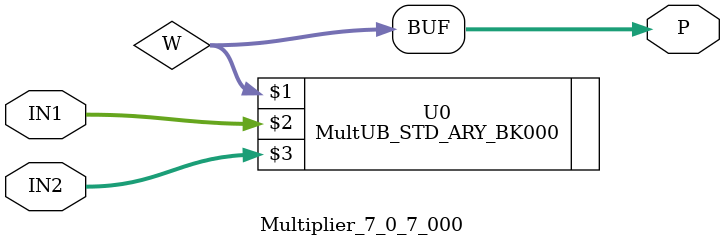
<source format=v>
module UB1BPPG_0_0(O, IN1, IN2);
  output O;
  input IN1;
  input IN2;
  assign O = IN1 & IN2;
endmodule

module UB1BPPG_1_0(O, IN1, IN2);
  output O;
  input IN1;
  input IN2;
  assign O = IN1 & IN2;
endmodule

module UB1BPPG_2_0(O, IN1, IN2);
  output O;
  input IN1;
  input IN2;
  assign O = IN1 & IN2;
endmodule

module UB1BPPG_3_0(O, IN1, IN2);
  output O;
  input IN1;
  input IN2;
  assign O = IN1 & IN2;
endmodule

module UB1BPPG_4_0(O, IN1, IN2);
  output O;
  input IN1;
  input IN2;
  assign O = IN1 & IN2;
endmodule

module UB1BPPG_5_0(O, IN1, IN2);
  output O;
  input IN1;
  input IN2;
  assign O = IN1 & IN2;
endmodule

module UB1BPPG_6_0(O, IN1, IN2);
  output O;
  input IN1;
  input IN2;
  assign O = IN1 & IN2;
endmodule

module UB1BPPG_7_0(O, IN1, IN2);
  output O;
  input IN1;
  input IN2;
  assign O = IN1 & IN2;
endmodule

module UB1BPPG_0_1(O, IN1, IN2);
  output O;
  input IN1;
  input IN2;
  assign O = IN1 & IN2;
endmodule

module UB1BPPG_1_1(O, IN1, IN2);
  output O;
  input IN1;
  input IN2;
  assign O = IN1 & IN2;
endmodule

module UB1BPPG_2_1(O, IN1, IN2);
  output O;
  input IN1;
  input IN2;
  assign O = IN1 & IN2;
endmodule

module UB1BPPG_3_1(O, IN1, IN2);
  output O;
  input IN1;
  input IN2;
  assign O = IN1 & IN2;
endmodule

module UB1BPPG_4_1(O, IN1, IN2);
  output O;
  input IN1;
  input IN2;
  assign O = IN1 & IN2;
endmodule

module UB1BPPG_5_1(O, IN1, IN2);
  output O;
  input IN1;
  input IN2;
  assign O = IN1 & IN2;
endmodule

module UB1BPPG_6_1(O, IN1, IN2);
  output O;
  input IN1;
  input IN2;
  assign O = IN1 & IN2;
endmodule

module UB1BPPG_7_1(O, IN1, IN2);
  output O;
  input IN1;
  input IN2;
  assign O = IN1 & IN2;
endmodule

module UB1BPPG_0_2(O, IN1, IN2);
  output O;
  input IN1;
  input IN2;
  assign O = IN1 & IN2;
endmodule

module UB1BPPG_1_2(O, IN1, IN2);
  output O;
  input IN1;
  input IN2;
  assign O = IN1 & IN2;
endmodule

module UB1BPPG_2_2(O, IN1, IN2);
  output O;
  input IN1;
  input IN2;
  assign O = IN1 & IN2;
endmodule

module UB1BPPG_3_2(O, IN1, IN2);
  output O;
  input IN1;
  input IN2;
  assign O = IN1 & IN2;
endmodule

module UB1BPPG_4_2(O, IN1, IN2);
  output O;
  input IN1;
  input IN2;
  assign O = IN1 & IN2;
endmodule

module UB1BPPG_5_2(O, IN1, IN2);
  output O;
  input IN1;
  input IN2;
  assign O = IN1 & IN2;
endmodule

module UB1BPPG_6_2(O, IN1, IN2);
  output O;
  input IN1;
  input IN2;
  assign O = IN1 & IN2;
endmodule

module UB1BPPG_7_2(O, IN1, IN2);
  output O;
  input IN1;
  input IN2;
  assign O = IN1 & IN2;
endmodule

module UB1BPPG_0_3(O, IN1, IN2);
  output O;
  input IN1;
  input IN2;
  assign O = IN1 & IN2;
endmodule

module UB1BPPG_1_3(O, IN1, IN2);
  output O;
  input IN1;
  input IN2;
  assign O = IN1 & IN2;
endmodule

module UB1BPPG_2_3(O, IN1, IN2);
  output O;
  input IN1;
  input IN2;
  assign O = IN1 & IN2;
endmodule

module UB1BPPG_3_3(O, IN1, IN2);
  output O;
  input IN1;
  input IN2;
  assign O = IN1 & IN2;
endmodule

module UB1BPPG_4_3(O, IN1, IN2);
  output O;
  input IN1;
  input IN2;
  assign O = IN1 & IN2;
endmodule

module UB1BPPG_5_3(O, IN1, IN2);
  output O;
  input IN1;
  input IN2;
  assign O = IN1 & IN2;
endmodule

module UB1BPPG_6_3(O, IN1, IN2);
  output O;
  input IN1;
  input IN2;
  assign O = IN1 & IN2;
endmodule

module UB1BPPG_7_3(O, IN1, IN2);
  output O;
  input IN1;
  input IN2;
  assign O = IN1 & IN2;
endmodule

module UB1BPPG_0_4(O, IN1, IN2);
  output O;
  input IN1;
  input IN2;
  assign O = IN1 & IN2;
endmodule

module UB1BPPG_1_4(O, IN1, IN2);
  output O;
  input IN1;
  input IN2;
  assign O = IN1 & IN2;
endmodule

module UB1BPPG_2_4(O, IN1, IN2);
  output O;
  input IN1;
  input IN2;
  assign O = IN1 & IN2;
endmodule

module UB1BPPG_3_4(O, IN1, IN2);
  output O;
  input IN1;
  input IN2;
  assign O = IN1 & IN2;
endmodule

module UB1BPPG_4_4(O, IN1, IN2);
  output O;
  input IN1;
  input IN2;
  assign O = IN1 & IN2;
endmodule

module UB1BPPG_5_4(O, IN1, IN2);
  output O;
  input IN1;
  input IN2;
  assign O = IN1 & IN2;
endmodule

module UB1BPPG_6_4(O, IN1, IN2);
  output O;
  input IN1;
  input IN2;
  assign O = IN1 & IN2;
endmodule

module UB1BPPG_7_4(O, IN1, IN2);
  output O;
  input IN1;
  input IN2;
  assign O = IN1 & IN2;
endmodule

module UB1BPPG_0_5(O, IN1, IN2);
  output O;
  input IN1;
  input IN2;
  assign O = IN1 & IN2;
endmodule

module UB1BPPG_1_5(O, IN1, IN2);
  output O;
  input IN1;
  input IN2;
  assign O = IN1 & IN2;
endmodule

module UB1BPPG_2_5(O, IN1, IN2);
  output O;
  input IN1;
  input IN2;
  assign O = IN1 & IN2;
endmodule

module UB1BPPG_3_5(O, IN1, IN2);
  output O;
  input IN1;
  input IN2;
  assign O = IN1 & IN2;
endmodule

module UB1BPPG_4_5(O, IN1, IN2);
  output O;
  input IN1;
  input IN2;
  assign O = IN1 & IN2;
endmodule

module UB1BPPG_5_5(O, IN1, IN2);
  output O;
  input IN1;
  input IN2;
  assign O = IN1 & IN2;
endmodule

module UB1BPPG_6_5(O, IN1, IN2);
  output O;
  input IN1;
  input IN2;
  assign O = IN1 & IN2;
endmodule

module UB1BPPG_7_5(O, IN1, IN2);
  output O;
  input IN1;
  input IN2;
  assign O = IN1 & IN2;
endmodule

module UB1BPPG_0_6(O, IN1, IN2);
  output O;
  input IN1;
  input IN2;
  assign O = IN1 & IN2;
endmodule

module UB1BPPG_1_6(O, IN1, IN2);
  output O;
  input IN1;
  input IN2;
  assign O = IN1 & IN2;
endmodule

module UB1BPPG_2_6(O, IN1, IN2);
  output O;
  input IN1;
  input IN2;
  assign O = IN1 & IN2;
endmodule

module UB1BPPG_3_6(O, IN1, IN2);
  output O;
  input IN1;
  input IN2;
  assign O = IN1 & IN2;
endmodule

module UB1BPPG_4_6(O, IN1, IN2);
  output O;
  input IN1;
  input IN2;
  assign O = IN1 & IN2;
endmodule

module UB1BPPG_5_6(O, IN1, IN2);
  output O;
  input IN1;
  input IN2;
  assign O = IN1 & IN2;
endmodule

module UB1BPPG_6_6(O, IN1, IN2);
  output O;
  input IN1;
  input IN2;
  assign O = IN1 & IN2;
endmodule

module UB1BPPG_7_6(O, IN1, IN2);
  output O;
  input IN1;
  input IN2;
  assign O = IN1 & IN2;
endmodule

module UB1BPPG_0_7(O, IN1, IN2);
  output O;
  input IN1;
  input IN2;
  assign O = IN1 & IN2;
endmodule

module UB1BPPG_1_7(O, IN1, IN2);
  output O;
  input IN1;
  input IN2;
  assign O = IN1 & IN2;
endmodule

module UB1BPPG_2_7(O, IN1, IN2);
  output O;
  input IN1;
  input IN2;
  assign O = IN1 & IN2;
endmodule

module UB1BPPG_3_7(O, IN1, IN2);
  output O;
  input IN1;
  input IN2;
  assign O = IN1 & IN2;
endmodule

module UB1BPPG_4_7(O, IN1, IN2);
  output O;
  input IN1;
  input IN2;
  assign O = IN1 & IN2;
endmodule

module UB1BPPG_5_7(O, IN1, IN2);
  output O;
  input IN1;
  input IN2;
  assign O = IN1 & IN2;
endmodule

module UB1BPPG_6_7(O, IN1, IN2);
  output O;
  input IN1;
  input IN2;
  assign O = IN1 & IN2;
endmodule

module UB1BPPG_7_7(O, IN1, IN2);
  output O;
  input IN1;
  input IN2;
  assign O = IN1 & IN2;
endmodule

module UB1DCON_0(O, I);
  output O;
  input I;
  assign O = I;
endmodule

module UBHA_1(C, S, X, Y);
  output C;
  output S;
  input X;
  input Y;
  assign C = X & Y;
  assign S = X ^ Y;
endmodule

module UBFA_2(C, S, X, Y, Z);
  output C;
  output S;
  input X;
  input Y;
  input Z;
  assign C = ( X & Y ) | ( Y & Z ) | ( Z & X );
  assign S = X ^ Y ^ Z;
endmodule

module UBFA_3(C, S, X, Y, Z);
  output C;
  output S;
  input X;
  input Y;
  input Z;
  assign C = ( X & Y ) | ( Y & Z ) | ( Z & X );
  assign S = X ^ Y ^ Z;
endmodule

module UBFA_4(C, S, X, Y, Z);
  output C;
  output S;
  input X;
  input Y;
  input Z;
  assign C = ( X & Y ) | ( Y & Z ) | ( Z & X );
  assign S = X ^ Y ^ Z;
endmodule

module UBFA_5(C, S, X, Y, Z);
  output C;
  output S;
  input X;
  input Y;
  input Z;
  assign C = ( X & Y ) | ( Y & Z ) | ( Z & X );
  assign S = X ^ Y ^ Z;
endmodule

module UBFA_6(C, S, X, Y, Z);
  output C;
  output S;
  input X;
  input Y;
  input Z;
  assign C = ( X & Y ) | ( Y & Z ) | ( Z & X );
  assign S = X ^ Y ^ Z;
endmodule

module UBFA_7(C, S, X, Y, Z);
  output C;
  output S;
  input X;
  input Y;
  input Z;
  assign C = ( X & Y ) | ( Y & Z ) | ( Z & X );
  assign S = X ^ Y ^ Z;
endmodule

module UBHA_8(C, S, X, Y);
  output C;
  output S;
  input X;
  input Y;
  assign C = X & Y;
  assign S = X ^ Y;
endmodule

module UB1DCON_9(O, I);
  output O;
  input I;
  assign O = I;
endmodule

module UB1DCON_1(O, I);
  output O;
  input I;
  assign O = I;
endmodule

module UBHA_2(C, S, X, Y);
  output C;
  output S;
  input X;
  input Y;
  assign C = X & Y;
  assign S = X ^ Y;
endmodule

module UBFA_8(C, S, X, Y, Z);
  output C;
  output S;
  input X;
  input Y;
  input Z;
  assign C = ( X & Y ) | ( Y & Z ) | ( Z & X );
  assign S = X ^ Y ^ Z;
endmodule

module UBFA_9(C, S, X, Y, Z);
  output C;
  output S;
  input X;
  input Y;
  input Z;
  assign C = ( X & Y ) | ( Y & Z ) | ( Z & X );
  assign S = X ^ Y ^ Z;
endmodule

module UB1DCON_10(O, I);
  output O;
  input I;
  assign O = I;
endmodule

module UB1DCON_2(O, I);
  output O;
  input I;
  assign O = I;
endmodule

module UBHA_3(C, S, X, Y);
  output C;
  output S;
  input X;
  input Y;
  assign C = X & Y;
  assign S = X ^ Y;
endmodule

module UBFA_10(C, S, X, Y, Z);
  output C;
  output S;
  input X;
  input Y;
  input Z;
  assign C = ( X & Y ) | ( Y & Z ) | ( Z & X );
  assign S = X ^ Y ^ Z;
endmodule

module UB1DCON_11(O, I);
  output O;
  input I;
  assign O = I;
endmodule

module UB1DCON_3(O, I);
  output O;
  input I;
  assign O = I;
endmodule

module UBHA_4(C, S, X, Y);
  output C;
  output S;
  input X;
  input Y;
  assign C = X & Y;
  assign S = X ^ Y;
endmodule

module UBFA_11(C, S, X, Y, Z);
  output C;
  output S;
  input X;
  input Y;
  input Z;
  assign C = ( X & Y ) | ( Y & Z ) | ( Z & X );
  assign S = X ^ Y ^ Z;
endmodule

module UB1DCON_12(O, I);
  output O;
  input I;
  assign O = I;
endmodule

module UB1DCON_4(O, I);
  output O;
  input I;
  assign O = I;
endmodule

module UBHA_5(C, S, X, Y);
  output C;
  output S;
  input X;
  input Y;
  assign C = X & Y;
  assign S = X ^ Y;
endmodule

module UBFA_12(C, S, X, Y, Z);
  output C;
  output S;
  input X;
  input Y;
  input Z;
  assign C = ( X & Y ) | ( Y & Z ) | ( Z & X );
  assign S = X ^ Y ^ Z;
endmodule

module UB1DCON_13(O, I);
  output O;
  input I;
  assign O = I;
endmodule

module UB1DCON_5(O, I);
  output O;
  input I;
  assign O = I;
endmodule

module UBHA_6(C, S, X, Y);
  output C;
  output S;
  input X;
  input Y;
  assign C = X & Y;
  assign S = X ^ Y;
endmodule

module UBFA_13(C, S, X, Y, Z);
  output C;
  output S;
  input X;
  input Y;
  input Z;
  assign C = ( X & Y ) | ( Y & Z ) | ( Z & X );
  assign S = X ^ Y ^ Z;
endmodule

module UB1DCON_14(O, I);
  output O;
  input I;
  assign O = I;
endmodule

module GPGenerator(Go, Po, A, B);
  output Go;
  output Po;
  input A;
  input B;
  assign Go = A & B;
  assign Po = A ^ B;
endmodule

module CarryOperator(Go, Po, Gi1, Pi1, Gi2, Pi2);
  output Go;
  output Po;
  input Gi1;
  input Gi2;
  input Pi1;
  input Pi2;
  assign Go = Gi1 | ( Gi2 & Pi1 );
  assign Po = Pi1 & Pi2;
endmodule

module UBPriBKA_14_7(S, X, Y, Cin);
  output [15:7] S;
  input Cin;
  input [14:7] X;
  input [14:7] Y;
  wire [14:7] G0;
  wire [14:7] G1;
  wire [14:7] G2;
  wire [14:7] G3;
  wire [14:7] G4;
  wire [14:7] G5;
  wire [14:7] G6;
  wire [14:7] P0;
  wire [14:7] P1;
  wire [14:7] P2;
  wire [14:7] P3;
  wire [14:7] P4;
  wire [14:7] P5;
  wire [14:7] P6;
  assign P1[7] = P0[7];
  assign G1[7] = G0[7];
  assign P1[9] = P0[9];
  assign G1[9] = G0[9];
  assign P1[11] = P0[11];
  assign G1[11] = G0[11];
  assign P1[13] = P0[13];
  assign G1[13] = G0[13];
  assign P2[7] = P1[7];
  assign G2[7] = G1[7];
  assign P2[8] = P1[8];
  assign G2[8] = G1[8];
  assign P2[9] = P1[9];
  assign G2[9] = G1[9];
  assign P2[11] = P1[11];
  assign G2[11] = G1[11];
  assign P2[12] = P1[12];
  assign G2[12] = G1[12];
  assign P2[13] = P1[13];
  assign G2[13] = G1[13];
  assign P3[7] = P2[7];
  assign G3[7] = G2[7];
  assign P3[8] = P2[8];
  assign G3[8] = G2[8];
  assign P3[9] = P2[9];
  assign G3[9] = G2[9];
  assign P3[10] = P2[10];
  assign G3[10] = G2[10];
  assign P3[11] = P2[11];
  assign G3[11] = G2[11];
  assign P3[12] = P2[12];
  assign G3[12] = G2[12];
  assign P3[13] = P2[13];
  assign G3[13] = G2[13];
  assign P4[7] = P3[7];
  assign G4[7] = G3[7];
  assign P4[8] = P3[8];
  assign G4[8] = G3[8];
  assign P4[9] = P3[9];
  assign G4[9] = G3[9];
  assign P4[10] = P3[10];
  assign G4[10] = G3[10];
  assign P4[11] = P3[11];
  assign G4[11] = G3[11];
  assign P4[12] = P3[12];
  assign G4[12] = G3[12];
  assign P4[13] = P3[13];
  assign G4[13] = G3[13];
  assign P4[14] = P3[14];
  assign G4[14] = G3[14];
  assign P5[7] = P4[7];
  assign G5[7] = G4[7];
  assign P5[8] = P4[8];
  assign G5[8] = G4[8];
  assign P5[9] = P4[9];
  assign G5[9] = G4[9];
  assign P5[10] = P4[10];
  assign G5[10] = G4[10];
  assign P5[11] = P4[11];
  assign G5[11] = G4[11];
  assign P5[13] = P4[13];
  assign G5[13] = G4[13];
  assign P5[14] = P4[14];
  assign G5[14] = G4[14];
  assign P6[7] = P5[7];
  assign G6[7] = G5[7];
  assign P6[8] = P5[8];
  assign G6[8] = G5[8];
  assign P6[10] = P5[10];
  assign G6[10] = G5[10];
  assign P6[12] = P5[12];
  assign G6[12] = G5[12];
  assign P6[14] = P5[14];
  assign G6[14] = G5[14];
  assign S[7] = Cin ^ P0[7];
  assign S[8] = ( G6[7] | ( P6[7] & Cin ) ) ^ P0[8];
  assign S[9] = ( G6[8] | ( P6[8] & Cin ) ) ^ P0[9];
  assign S[10] = ( G6[9] | ( P6[9] & Cin ) ) ^ P0[10];
  assign S[11] = ( G6[10] | ( P6[10] & Cin ) ) ^ P0[11];
  assign S[12] = ( G6[11] | ( P6[11] & Cin ) ) ^ P0[12];
  assign S[13] = ( G6[12] | ( P6[12] & Cin ) ) ^ P0[13];
  assign S[14] = ( G6[13] | ( P6[13] & Cin ) ) ^ P0[14];
  assign S[15] = G6[14] | ( P6[14] & Cin );
  GPGenerator U0 (G0[7], P0[7], X[7], Y[7]);
  GPGenerator U1 (G0[8], P0[8], X[8], Y[8]);
  GPGenerator U2 (G0[9], P0[9], X[9], Y[9]);
  GPGenerator U3 (G0[10], P0[10], X[10], Y[10]);
  GPGenerator U4 (G0[11], P0[11], X[11], Y[11]);
  GPGenerator U5 (G0[12], P0[12], X[12], Y[12]);
  GPGenerator U6 (G0[13], P0[13], X[13], Y[13]);
  GPGenerator U7 (G0[14], P0[14], X[14], Y[14]);
  CarryOperator U8 (G1[8], P1[8], G0[8], P0[8], G0[7], P0[7]);
  CarryOperator U9 (G1[10], P1[10], G0[10], P0[10], G0[9], P0[9]);
  CarryOperator U10 (G1[12], P1[12], G0[12], P0[12], G0[11], P0[11]);
  CarryOperator U11 (G1[14], P1[14], G0[14], P0[14], G0[13], P0[13]);
  CarryOperator U12 (G2[10], P2[10], G1[10], P1[10], G1[8], P1[8]);
  CarryOperator U13 (G2[14], P2[14], G1[14], P1[14], G1[12], P1[12]);
  CarryOperator U14 (G3[14], P3[14], G2[14], P2[14], G2[10], P2[10]);
  CarryOperator U15 (G5[12], P5[12], G4[12], P4[12], G4[10], P4[10]);
  CarryOperator U16 (G6[9], P6[9], G5[9], P5[9], G5[8], P5[8]);
  CarryOperator U17 (G6[11], P6[11], G5[11], P5[11], G5[10], P5[10]);
  CarryOperator U18 (G6[13], P6[13], G5[13], P5[13], G5[12], P5[12]);
endmodule

module UBZero_7_7(O);
  output [7:7] O;
  assign O[7] = 0;
endmodule

module UB1DCON_6(O, I);
  output O;
  input I;
  assign O = I;
endmodule

module Multiplier_7_0_7_000(P, IN1, IN2);
  output [15:0] P;
  input [7:0] IN1;
  input [7:0] IN2;
  wire [15:0] W;
  assign P[0] = W[0];
  assign P[1] = W[1];
  assign P[2] = W[2];
  assign P[3] = W[3];
  assign P[4] = W[4];
  assign P[5] = W[5];
  assign P[6] = W[6];
  assign P[7] = W[7];
  assign P[8] = W[8];
  assign P[9] = W[9];
  assign P[10] = W[10];
  assign P[11] = W[11];
  assign P[12] = W[12];
  assign P[13] = W[13];
  assign P[14] = W[14];
  assign P[15] = W[15];
  MultUB_STD_ARY_BK000 U0 (W, IN1, IN2);
endmodule


</source>
